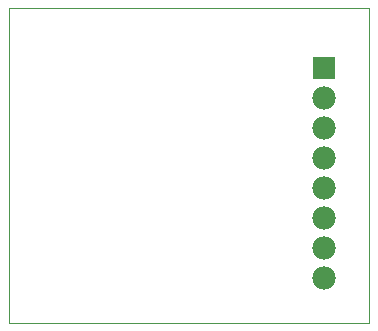
<source format=gbs>
G75*
G70*
%OFA0B0*%
%FSLAX24Y24*%
%IPPOS*%
%LPD*%
%AMOC8*
5,1,8,0,0,1.08239X$1,22.5*
%
%ADD10C,0.0000*%
%ADD11R,0.0780X0.0780*%
%ADD12C,0.0780*%
D10*
X000100Y000100D02*
X000100Y010600D01*
X012100Y010600D01*
X012100Y000100D01*
X000100Y000100D01*
D11*
X010600Y008600D03*
D12*
X010600Y007600D03*
X010600Y006600D03*
X010600Y005600D03*
X010600Y004600D03*
X010600Y003600D03*
X010600Y002600D03*
X010600Y001600D03*
M02*

</source>
